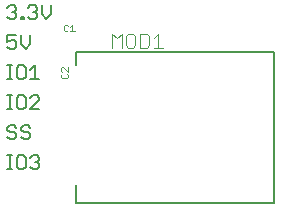
<source format=gtl>
G75*
%MOIN*%
%OFA0B0*%
%FSLAX25Y25*%
%IPPOS*%
%LPD*%
%AMOC8*
5,1,8,0,0,1.08239X$1,22.5*
%
%ADD10C,0.00200*%
%ADD11C,0.00500*%
%ADD12C,0.00400*%
D10*
X0048139Y0045117D02*
X0048506Y0044750D01*
X0049974Y0044750D01*
X0050341Y0045117D01*
X0050341Y0045851D01*
X0049974Y0046218D01*
X0050341Y0046960D02*
X0048873Y0048428D01*
X0048506Y0048428D01*
X0048139Y0048061D01*
X0048139Y0047327D01*
X0048506Y0046960D01*
X0048506Y0046218D02*
X0048139Y0045851D01*
X0048139Y0045117D01*
X0050341Y0046960D02*
X0050341Y0048428D01*
X0050051Y0060459D02*
X0049317Y0060459D01*
X0048950Y0060826D01*
X0048950Y0062294D01*
X0049317Y0062661D01*
X0050051Y0062661D01*
X0050418Y0062294D01*
X0051160Y0061927D02*
X0051894Y0062661D01*
X0051894Y0060459D01*
X0051160Y0060459D02*
X0052628Y0060459D01*
X0050418Y0060826D02*
X0050051Y0060459D01*
D11*
X0031751Y0014550D02*
X0030250Y0014550D01*
X0031001Y0014550D02*
X0031001Y0019054D01*
X0031751Y0019054D02*
X0030250Y0019054D01*
X0033319Y0018303D02*
X0033319Y0015301D01*
X0034070Y0014550D01*
X0035571Y0014550D01*
X0036322Y0015301D01*
X0036322Y0018303D01*
X0035571Y0019054D01*
X0034070Y0019054D01*
X0033319Y0018303D01*
X0037923Y0018303D02*
X0038674Y0019054D01*
X0040175Y0019054D01*
X0040926Y0018303D01*
X0040926Y0017553D01*
X0040175Y0016802D01*
X0040926Y0016051D01*
X0040926Y0015301D01*
X0040175Y0014550D01*
X0038674Y0014550D01*
X0037923Y0015301D01*
X0039424Y0016802D02*
X0040175Y0016802D01*
X0037106Y0024550D02*
X0035605Y0024550D01*
X0034854Y0025301D01*
X0033253Y0025301D02*
X0033253Y0026051D01*
X0032502Y0026802D01*
X0031001Y0026802D01*
X0030250Y0027553D01*
X0030250Y0028303D01*
X0031001Y0029054D01*
X0032502Y0029054D01*
X0033253Y0028303D01*
X0034854Y0028303D02*
X0034854Y0027553D01*
X0035605Y0026802D01*
X0037106Y0026802D01*
X0037856Y0026051D01*
X0037856Y0025301D01*
X0037106Y0024550D01*
X0033253Y0025301D02*
X0032502Y0024550D01*
X0031001Y0024550D01*
X0030250Y0025301D01*
X0034854Y0028303D02*
X0035605Y0029054D01*
X0037106Y0029054D01*
X0037856Y0028303D01*
X0037923Y0034550D02*
X0040926Y0037553D01*
X0040926Y0038303D01*
X0040175Y0039054D01*
X0038674Y0039054D01*
X0037923Y0038303D01*
X0036322Y0038303D02*
X0035571Y0039054D01*
X0034070Y0039054D01*
X0033319Y0038303D01*
X0033319Y0035301D01*
X0034070Y0034550D01*
X0035571Y0034550D01*
X0036322Y0035301D01*
X0036322Y0038303D01*
X0031751Y0039054D02*
X0030250Y0039054D01*
X0031001Y0039054D02*
X0031001Y0034550D01*
X0031751Y0034550D02*
X0030250Y0034550D01*
X0037923Y0034550D02*
X0040926Y0034550D01*
X0040926Y0044550D02*
X0037923Y0044550D01*
X0039424Y0044550D02*
X0039424Y0049054D01*
X0037923Y0047553D01*
X0036322Y0048303D02*
X0035571Y0049054D01*
X0034070Y0049054D01*
X0033319Y0048303D01*
X0033319Y0045301D01*
X0034070Y0044550D01*
X0035571Y0044550D01*
X0036322Y0045301D01*
X0036322Y0048303D01*
X0031751Y0049054D02*
X0030250Y0049054D01*
X0031001Y0049054D02*
X0031001Y0044550D01*
X0031751Y0044550D02*
X0030250Y0044550D01*
X0031001Y0054550D02*
X0030250Y0055301D01*
X0031001Y0054550D02*
X0032502Y0054550D01*
X0033253Y0055301D01*
X0033253Y0056802D01*
X0032502Y0057553D01*
X0031751Y0057553D01*
X0030250Y0056802D01*
X0030250Y0059054D01*
X0033253Y0059054D01*
X0034854Y0059054D02*
X0034854Y0056051D01*
X0036355Y0054550D01*
X0037856Y0056051D01*
X0037856Y0059054D01*
X0037907Y0064550D02*
X0037156Y0065301D01*
X0037907Y0064550D02*
X0039408Y0064550D01*
X0040158Y0065301D01*
X0040158Y0066051D01*
X0039408Y0066802D01*
X0038657Y0066802D01*
X0039408Y0066802D02*
X0040158Y0067553D01*
X0040158Y0068303D01*
X0039408Y0069054D01*
X0037907Y0069054D01*
X0037156Y0068303D01*
X0033253Y0068303D02*
X0033253Y0067553D01*
X0032502Y0066802D01*
X0033253Y0066051D01*
X0033253Y0065301D01*
X0032502Y0064550D01*
X0031001Y0064550D01*
X0030250Y0065301D01*
X0031751Y0066802D02*
X0032502Y0066802D01*
X0033253Y0068303D02*
X0032502Y0069054D01*
X0031001Y0069054D01*
X0030250Y0068303D01*
X0034854Y0065301D02*
X0035605Y0065301D01*
X0035605Y0064550D01*
X0034854Y0064550D01*
X0034854Y0065301D01*
X0041760Y0066051D02*
X0043261Y0064550D01*
X0044762Y0066051D01*
X0044762Y0069054D01*
X0041760Y0069054D02*
X0041760Y0066051D01*
X0052942Y0053493D02*
X0052942Y0049300D01*
X0052942Y0053493D02*
X0119142Y0053493D01*
X0119142Y0003099D01*
X0052942Y0003099D01*
X0052942Y0009300D01*
D12*
X0065200Y0055000D02*
X0065200Y0059604D01*
X0066735Y0058069D01*
X0068269Y0059604D01*
X0068269Y0055000D01*
X0069804Y0055767D02*
X0070571Y0055000D01*
X0072106Y0055000D01*
X0072873Y0055767D01*
X0072873Y0058837D01*
X0072106Y0059604D01*
X0070571Y0059604D01*
X0069804Y0058837D01*
X0069804Y0055767D01*
X0074408Y0055000D02*
X0076710Y0055000D01*
X0077477Y0055767D01*
X0077477Y0058837D01*
X0076710Y0059604D01*
X0074408Y0059604D01*
X0074408Y0055000D01*
X0079012Y0055000D02*
X0082081Y0055000D01*
X0080546Y0055000D02*
X0080546Y0059604D01*
X0079012Y0058069D01*
M02*

</source>
